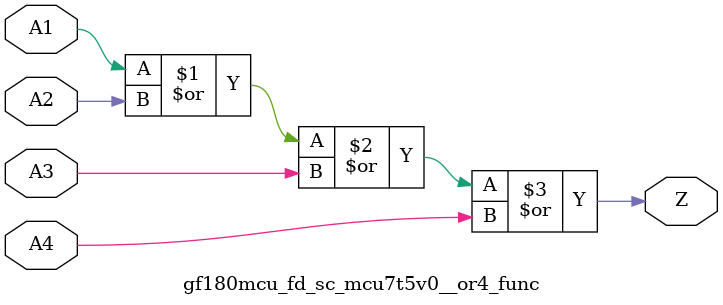
<source format=v>

`ifndef GF180MCU_FD_SC_MCU7T5V0__OR4_FUNC_V
`define GF180MCU_FD_SC_MCU7T5V0__OR4_FUNC_V

`ifdef USE_POWER_PINS
module gf180mcu_fd_sc_mcu7t5v0__or4_func( A1, A2, A3, A4, Z, VDD, VSS );
inout VDD, VSS;
`else // If not USE_POWER_PINS
module gf180mcu_fd_sc_mcu7t5v0__or4_func( A1, A2, A3, A4, Z );
`endif // If not USE_POWER_PINS
input A1, A2, A3, A4;
output Z;

	or MGM_BG_0( Z, A1, A2, A3, A4 );

endmodule
`endif // GF180MCU_FD_SC_MCU7T5V0__OR4_V

</source>
